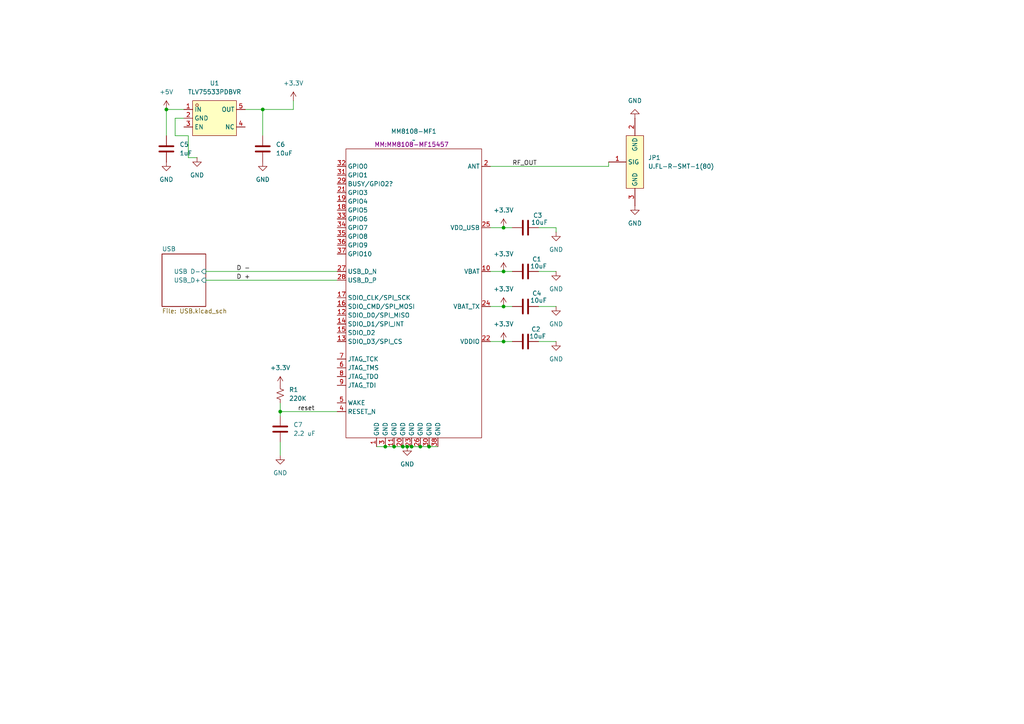
<source format=kicad_sch>
(kicad_sch (version 20250114) (generator "eeschema") (generator_version "9.0")
  (paper "A4")
  (lib_symbols
    (symbol "Device:C" (pin_numbers (hide yes)) (pin_names (offset 0.254))
      (property "Reference" "C" (at 0.635 2.54 0))
      (property "Value" "C" (at 0.635 -2.54 0))
      (symbol "C_0_1"
        (polyline (pts (xy -2.032 0.762) (xy 2.032 0.762)) (stroke (width 0.508)))
        (polyline (pts (xy -2.032 -0.762) (xy 2.032 -0.762)) (stroke (width 0.508)))
      )
      (symbol "C_1_1"
        (pin passive line (at 0 3.81 270) (length 2.794) (name "~") (number "1"))
        (pin passive line (at 0 -3.81 90) (length 2.794) (name "~") (number "2"))
      )
    )
    (symbol "Device:R_Small_US" (pin_numbers (hide yes)) (pin_names (offset 0.254) (hide yes))
      (property "Reference" "R" (at 0.762 0.508 0))
      (property "Value" "R_Small_US" (at 0.762 -1.016 0))
      (symbol "R_Small_US_1_1"
        (polyline (pts (xy 0 1.524) (xy 1.016 1.143) (xy 0 0.762) (xy -1.016 0.381) (xy 0 0)))
        (polyline (pts (xy 0 0) (xy 1.016 -0.381) (xy 0 -0.762) (xy -1.016 -1.143) (xy 0 -1.524)))
        (pin passive line (at 0 2.54 270) (length 1.016) (name "~") (number "1"))
        (pin passive line (at 0 -2.54 90) (length 1.016) (name "~") (number "2"))
      )
    )
    (symbol "MorseMicro:MM8108-MF15457"
      (property "Reference" "MM8108-MF15457" (at 0 0 0))
      (symbol "MM8108-MF15457_0_1"
        (rectangle (start -19.05 -1.27) (end 20.32 -85.09))
      )
      (symbol "MM8108-MF15457_1_1"
        (pin input line (at -21.59 -6.35 0) (length 2.54) (name "GPIO0") (number "32"))
        (pin input line (at -21.59 -8.89 0) (length 2.54) (name "GPIO1") (number "31"))
        (pin input line (at -21.59 -11.43 0) (length 2.54) (name "BUSY/GPIO2?") (number "29"))
        (pin input line (at -21.59 -13.97 0) (length 2.54) (name "GPIO3") (number "21"))
        (pin input line (at -21.59 -16.51 0) (length 2.54) (name "GPIO4") (number "19"))
        (pin input line (at -21.59 -19.05 0) (length 2.54) (name "GPIO5") (number "18"))
        (pin input line (at -21.59 -21.59 0) (length 2.54) (name "GPIO6") (number "33"))
        (pin input line (at -21.59 -24.13 0) (length 2.54) (name "GPIO7") (number "34"))
        (pin input line (at -21.59 -26.67 0) (length 2.54) (name "GPIO8") (number "35"))
        (pin input line (at -21.59 -29.21 0) (length 2.54) (name "GPIO9") (number "36"))
        (pin input line (at -21.59 -31.75 0) (length 2.54) (name "GPIO10") (number "37"))
        (pin input line (at -21.59 -36.83 0) (length 2.54) (name "USB_D_N") (number "27"))
        (pin input line (at -21.59 -39.37 0) (length 2.54) (name "USB_D_P") (number "28"))
        (pin input line (at -21.59 -44.45 0) (length 2.54) (name "SDIO_CLK/SPI_SCK") (number "17"))
        (pin input line (at -21.59 -46.99 0) (length 2.54) (name "SDIO_CMD/SPI_MOSI") (number "16"))
        (pin input line (at -21.59 -49.53 0) (length 2.54) (name "SDIO_D0/SPI_MISO") (number "12"))
        (pin input line (at -21.59 -52.07 0) (length 2.54) (name "SDIO_D1/SPI_INT") (number "14"))
        (pin input line (at -21.59 -54.61 0) (length 2.54) (name "SDIO_D2") (number "15"))
        (pin input line (at -21.59 -57.15 0) (length 2.54) (name "SDIO_D3/SPI_CS") (number "13"))
        (pin input line (at -21.59 -62.23 0) (length 2.54) (name "JTAG_TCK") (number "7"))
        (pin input line (at -21.59 -64.77 0) (length 2.54) (name "JTAG_TMS") (number "6"))
        (pin input line (at -21.59 -67.31 0) (length 2.54) (name "JTAG_TDO") (number "8"))
        (pin input line (at -21.59 -69.85 0) (length 2.54) (name "JTAG_TDI") (number "9"))
        (pin input line (at -21.59 -74.93 0) (length 2.54) (name "WAKE") (number "5"))
        (pin input line (at -21.59 -77.47 0) (length 2.54) (name "RESET_N") (number "4"))
        (pin input line (at -10.16 -87.63 90) (length 2.54) (name "GND") (number "1"))
        (pin input line (at -7.62 -87.63 90) (length 2.54) (name "GND") (number "3"))
        (pin input line (at -5.08 -87.63 90) (length 2.54) (name "GND") (number "11"))
        (pin input line (at -2.54 -87.63 90) (length 2.54) (name "GND") (number "20"))
        (pin input line (at 0 -87.63 90) (length 2.54) (name "GND") (number "23"))
        (pin input line (at 2.54 -87.63 90) (length 2.54) (name "GND") (number "26"))
        (pin input line (at 5.08 -87.63 90) (length 2.54) (name "GND") (number "30"))
        (pin input line (at 7.62 -87.63 90) (length 2.54) (name "GND") (number "38"))
        (pin input line (at 22.86 -6.35 180) (length 2.54) (name "ANT") (number "2"))
        (pin input line (at 22.86 -24.13 180) (length 2.54) (name "VDD_USB") (number "25"))
        (pin input line (at 22.86 -36.83 180) (length 2.54) (name "VBAT") (number "10"))
        (pin input line (at 22.86 -46.99 180) (length 2.54) (name "VBAT_TX") (number "24"))
        (pin input line (at 22.86 -57.15 180) (length 2.54) (name "VDDIO") (number "22"))
      )
    )
    (symbol "easyeda2kicad:TLV75533PDBVR"
      (property "Reference" "U" (at 0 7.62 0))
      (property "Value" "TLV75533PDBVR" (at 0 -7.62 0))
      (symbol "TLV75533PDBVR_0_1"
        (rectangle (start -6.35 5.08) (end 6.35 -5.08) (fill (type background)))
        (circle (center -5.08 3.81) (radius 0.38))
        (pin unspecified line (at -8.89 2.54 0) (length 2.54) (name "IN") (number "1"))
        (pin unspecified line (at -8.89 0 0) (length 2.54) (name "GND") (number "2"))
        (pin unspecified line (at -8.89 -2.54 0) (length 2.54) (name "EN") (number "3"))
        (pin unspecified line (at 8.89 2.54 180) (length 2.54) (name "OUT") (number "5"))
        (pin unspecified line (at 8.89 -2.54 180) (length 2.54) (name "NC") (number "4"))
      )
    )
    (symbol "easyeda2kicad:U.FL-R-SMT-1(80)"
      (property "Reference" "JP" (at 0 7.62 0))
      (property "Value" "U.FL-R-SMT-1(80)" (at 0 -10.16 0))
      (symbol "U.FL-R-SMT-1(80)_0_1"
        (rectangle (start -7.62 5.08) (end 7.62 0) (fill (type background)))
        (pin unspecified line (at -12.7 2.54 0) (length 5.08) (name "GND") (number "2"))
        (pin unspecified line (at 0 -5.08 90) (length 5.08) (name "SIG") (number "1"))
        (pin unspecified line (at 12.7 2.54 180) (length 5.08) (name "GND") (number "3"))
      )
    )
    (symbol "power:+3.3V" (power) (pin_numbers (hide yes)) (pin_names (offset 0) (hide yes))
      (property "Value" "+3.3V" (at 0 3.556 0))
      (symbol "+3.3V_0_1"
        (polyline (pts (xy -0.762 1.27) (xy 0 2.54)))
        (polyline (pts (xy 0 2.54) (xy 0.762 1.27)))
        (polyline (pts (xy 0 0) (xy 0 2.54)))
      )
      (symbol "+3.3V_1_1"
        (pin power_in line (at 0 0 90) (length 0) (name "~") (number "1"))
      )
    )
    (symbol "power:+5V" (power) (pin_numbers (hide yes)) (pin_names (offset 0) (hide yes))
      (property "Value" "+5V" (at 0 3.556 0))
      (symbol "+5V_0_1"
        (polyline (pts (xy -0.762 1.27) (xy 0 2.54)))
        (polyline (pts (xy 0 2.54) (xy 0.762 1.27)))
        (polyline (pts (xy 0 0) (xy 0 2.54)))
      )
      (symbol "+5V_1_1"
        (pin power_in line (at 0 0 90) (length 0) (name "~") (number "1"))
      )
    )
    (symbol "power:GND" (power) (pin_numbers (hide yes)) (pin_names (offset 0) (hide yes))
      (property "Value" "GND" (at 0 -3.81 0))
      (symbol "GND_0_1"
        (polyline (pts (xy 0 0) (xy 0 -1.27) (xy 1.27 -1.27) (xy 0 -2.54) (xy -1.27 -1.27) (xy 0 -1.27)))
      )
      (symbol "GND_1_1"
        (pin power_in line (at 0 0 270) (length 0) (name "~") (number "1"))
      )
    )
  )
  (junction (at 146.05 99.06))
  (junction (at 114.3 129.54))
  (junction (at 111.76 129.54))
  (junction (at 146.05 78.74))
  (junction (at 81.28 119.38))
  (junction (at 116.84 129.54))
  (junction (at 119.38 129.54))
  (junction (at 124.46 129.54))
  (junction (at 121.92 129.54))
  (junction (at 48.26 31.75))
  (junction (at 76.2 31.75))
  (junction (at 118.11 129.54))
  (junction (at 146.05 88.9))
  (junction (at 146.05 66.04))
  (wire (pts (xy 54.61 45.72) (xy 57.15 45.72)))
  (wire (pts (xy 142.24 78.74) (xy 146.05 78.74)))
  (wire (pts (xy 156.21 88.9) (xy 161.29 88.9)))
  (wire (pts (xy 142.24 48.26) (xy 176.53 48.26)))
  (wire (pts (xy 59.69 78.74) (xy 97.79 78.74)))
  (wire (pts (xy 146.05 99.06) (xy 148.59 99.06)))
  (wire (pts (xy 76.2 39.37) (xy 76.2 31.75)))
  (wire (pts (xy 142.24 88.9) (xy 146.05 88.9)))
  (wire (pts (xy 76.2 31.75) (xy 71.12 31.75)))
  (wire (pts (xy 111.76 129.54) (xy 114.3 129.54)))
  (wire (pts (xy 119.38 129.54) (xy 121.92 129.54)))
  (wire (pts (xy 121.92 129.54) (xy 124.46 129.54)))
  (wire (pts (xy 53.34 34.29) (xy 50.8 34.29)))
  (wire (pts (xy 109.22 129.54) (xy 111.76 129.54)))
  (wire (pts (xy 176.53 48.26) (xy 176.53 46.99)))
  (wire (pts (xy 54.61 39.37) (xy 54.61 45.72)))
  (wire (pts (xy 116.84 129.54) (xy 118.11 129.54)))
  (wire (pts (xy 156.21 66.04) (xy 161.29 66.04)))
  (wire (pts (xy 76.2 31.75) (xy 85.09 31.75)))
  (wire (pts (xy 146.05 78.74) (xy 148.59 78.74)))
  (wire (pts (xy 124.46 129.54) (xy 127 129.54)))
  (wire (pts (xy 50.8 39.37) (xy 54.61 39.37)))
  (wire (pts (xy 81.28 119.38) (xy 81.28 120.65)))
  (wire (pts (xy 156.21 78.74) (xy 161.29 78.74)))
  (wire (pts (xy 114.3 129.54) (xy 116.84 129.54)))
  (wire (pts (xy 156.21 99.06) (xy 161.29 99.06)))
  (wire (pts (xy 81.28 116.84) (xy 81.28 119.38)))
  (wire (pts (xy 85.09 31.75) (xy 85.09 29.21)))
  (wire (pts (xy 161.29 66.04) (xy 161.29 67.31)))
  (wire (pts (xy 142.24 66.04) (xy 146.05 66.04)))
  (wire (pts (xy 97.79 119.38) (xy 81.28 119.38)))
  (wire (pts (xy 50.8 34.29) (xy 50.8 39.37)))
  (wire (pts (xy 146.05 88.9) (xy 148.59 88.9)))
  (wire (pts (xy 48.26 39.37) (xy 48.26 31.75)))
  (wire (pts (xy 48.26 31.75) (xy 53.34 31.75)))
  (wire (pts (xy 146.05 66.04) (xy 148.59 66.04)))
  (wire (pts (xy 81.28 128.27) (xy 81.28 132.08)))
  (wire (pts (xy 118.11 129.54) (xy 119.38 129.54)))
  (wire (pts (xy 142.24 99.06) (xy 146.05 99.06)))
  (wire (pts (xy 59.69 81.28) (xy 97.79 81.28)))
  (label "D -" (at 68.58 78.74 0))
  (label "D +" (at 68.58 81.28 0))
  (label "reset" (at 86.36 119.38 0))
  (label "RF_OUT" (at 148.59 48.26 0))
  (label "" (at 246.38 38.1 0))
  (symbol (lib_id "power:GND") (at 184.15 34.29 180) (unit 1)
    (property "Reference" "#PWR018" (effects (hide yes)))
    (property "Value" "GND" (at 184.15 29.21 0))
    (property "Description" "Power symbol creates a global label with name \"GND\" , ground" (effects (hide yes)))
  )
  (symbol (lib_id "Device:C") (at 152.4 88.9 270) (unit 1)
    (property "Reference" "C4" (at 155.702 85.09 90))
    (property "Value" "10uF" (at 156.21 87.122 90))
    (property "Footprint" "Capacitor_SMD:C_0603_1608Metric_Pad1.08x0.95mm_HandSolder" (effects (hide yes)))
    (property "Description" "Unpolarized capacitor" (effects (hide yes)))
  )
  (symbol (lib_id "power:+3.3V") (at 85.09 29.21 0) (unit 1)
    (property "Reference" "#PWR03" (effects (hide yes)))
    (property "Value" "+3.3V" (at 85.09 24.13 0))
    (property "Description" "Power symbol creates a global label with name \"+3.3V\"" (effects (hide yes)))
  )
  (symbol (lib_id "power:GND") (at 48.26 46.99 0) (unit 1)
    (property "Reference" "#PWR09" (effects (hide yes)))
    (property "Value" "GND" (at 48.26 52.07 0))
    (property "Description" "Power symbol creates a global label with name \"GND\" , ground" (effects (hide yes)))
  )
  (symbol (lib_id "power:+3.3V") (at 146.05 99.06 0) (unit 1)
    (property "Reference" "#PWR013" (effects (hide yes)))
    (property "Value" "+3.3V" (at 146.05 93.98 0))
    (property "Description" "Power symbol creates a global label with name \"+3.3V\"" (effects (hide yes)))
  )
  (symbol (lib_id "Device:C") (at 76.2 43.18 0) (unit 1)
    (property "Reference" "C6" (at 80.01 41.9099 0) (effects (justify left)))
    (property "Value" "10uF" (at 80.01 44.4499 0) (effects (justify left)))
    (property "Footprint" "Capacitor_SMD:C_0603_1608Metric_Pad1.08x0.95mm_HandSolder" (effects (hide yes)))
    (property "Description" "Unpolarized capacitor" (effects (hide yes)))
  )
  (symbol (lib_id "power:+5V") (at 48.26 31.75 0) (unit 1)
    (property "Reference" "#PWR027" (effects (hide yes)))
    (property "Value" "+5V" (at 48.26 26.67 0))
    (property "Description" "Power symbol creates a global label with name \"+5V\"" (effects (hide yes)))
  )
  (symbol (lib_id "power:GND") (at 161.29 99.06 0) (unit 1)
    (property "Reference" "#PWR07" (effects (hide yes)))
    (property "Value" "GND" (at 161.29 104.14 0))
    (property "Description" "Power symbol creates a global label with name \"GND\" , ground" (effects (hide yes)))
  )
  (symbol (lib_id "power:GND") (at 161.29 78.74 0) (unit 1)
    (property "Reference" "#PWR05" (effects (hide yes)))
    (property "Value" "GND" (at 161.29 83.82 0))
    (property "Description" "Power symbol creates a global label with name \"GND\" , ground" (effects (hide yes)))
  )
  (symbol (lib_id "easyeda2kicad:TLV75533PDBVR") (at 62.23 34.29 0) (unit 1)
    (property "Reference" "U1" (at 62.23 24.13 0))
    (property "Value" "TLV75533PDBVR" (at 62.23 26.67 0))
    (property "Footprint" "easyeda2kicad:SOT-23-5_L3.0-W1.7-P0.95-LS2.8-BR" (effects (hide yes)))
    (property "Datasheet" "https://lcsc.com/product-detail/Low-Dropout-Regulators-LDO_Texas-Instruments-TI-TLV75533PDBVR_C404027.html" (effects (hide yes)))
    (property "LCSC Part" "C404027" (effects (hide yes)))
  )
  (symbol (lib_id "Device:C") (at 81.28 124.46 0) (unit 1)
    (property "Reference" "C7" (at 85.09 123.1899 0) (effects (justify left)))
    (property "Value" "2.2 uF" (at 85.09 125.7299 0) (effects (justify left)))
    (property "Footprint" "Capacitor_SMD:C_0603_1608Metric_Pad1.08x0.95mm_HandSolder" (effects (hide yes)))
    (property "Description" "Unpolarized capacitor" (effects (hide yes)))
  )
  (symbol (lib_id "power:GND") (at 57.15 45.72 0) (unit 1)
    (property "Reference" "#PWR016" (effects (hide yes)))
    (property "Value" "GND" (at 57.15 50.8 0))
    (property "Description" "Power symbol creates a global label with name \"GND\" , ground" (effects (hide yes)))
  )
  (symbol (lib_id "power:+3.3V") (at 81.28 111.76 0) (unit 1)
    (property "Reference" "#PWR014" (effects (hide yes)))
    (property "Value" "+3.3V" (at 81.28 106.68 0))
    (property "Description" "Power symbol creates a global label with name \"+3.3V\"" (effects (hide yes)))
  )
  (symbol (lib_id "power:+3.3V") (at 146.05 88.9 0) (unit 1)
    (property "Reference" "#PWR012" (effects (hide yes)))
    (property "Value" "+3.3V" (at 146.05 83.82 0))
    (property "Description" "Power symbol creates a global label with name \"+3.3V\"" (effects (hide yes)))
  )
  (symbol (lib_id "power:GND") (at 161.29 88.9 0) (unit 1)
    (property "Reference" "#PWR06" (effects (hide yes)))
    (property "Value" "GND" (at 161.29 93.98 0))
    (property "Description" "Power symbol creates a global label with name \"GND\" , ground" (effects (hide yes)))
  )
  (symbol (lib_id "Device:C") (at 48.26 43.18 0) (unit 1)
    (property "Reference" "C5" (at 52.07 41.9099 0) (effects (justify left)))
    (property "Value" "1uF" (at 52.07 44.4499 0) (effects (justify left)))
    (property "Footprint" "Capacitor_SMD:C_0603_1608Metric_Pad1.08x0.95mm_HandSolder" (effects (hide yes)))
    (property "Description" "Unpolarized capacitor" (effects (hide yes)))
  )
  (symbol (lib_id "MorseMicro:MM8108-MF15457") (at 119.38 41.91 0) (unit 1)
    (property "Reference" "MM8108-MF1" (at 120.015 38.1 0))
    (property "Value" "~" (at 120.015 40.64 0))
    (property "Footprint" "MM:MM8108-MF15457" (at 119.38 41.91 0))
  )
  (symbol (lib_id "power:GND") (at 81.28 132.08 0) (unit 1)
    (property "Reference" "#PWR08" (effects (hide yes)))
    (property "Value" "GND" (at 81.28 137.16 0))
    (property "Description" "Power symbol creates a global label with name \"GND\" , ground" (effects (hide yes)))
  )
  (symbol (lib_id "power:GND") (at 184.15 59.69 0) (unit 1)
    (property "Reference" "#PWR017" (effects (hide yes)))
    (property "Value" "GND" (at 184.15 64.77 0))
    (property "Description" "Power symbol creates a global label with name \"GND\" , ground" (effects (hide yes)))
  )
  (symbol (lib_id "power:GND") (at 118.11 129.54 0) (unit 1)
    (property "Reference" "#PWR02" (effects (hide yes)))
    (property "Value" "GND" (at 118.11 134.62 0))
    (property "Description" "Power symbol creates a global label with name \"GND\" , ground" (effects (hide yes)))
  )
  (symbol (lib_id "Device:C") (at 152.4 66.04 90) (unit 1)
    (property "Reference" "C3" (at 155.956 62.484 90))
    (property "Value" "10uF" (at 156.464 64.516 90))
    (property "Footprint" "Capacitor_SMD:C_0603_1608Metric_Pad1.08x0.95mm_HandSolder" (effects (hide yes)))
    (property "Description" "Unpolarized capacitor" (effects (hide yes)))
  )
  (symbol (lib_id "power:GND") (at 76.2 46.99 0) (unit 1)
    (property "Reference" "#PWR015" (effects (hide yes)))
    (property "Value" "GND" (at 76.2 52.07 0))
    (property "Description" "Power symbol creates a global label with name \"GND\" , ground" (effects (hide yes)))
  )
  (symbol (lib_id "power:+3.3V") (at 146.05 66.04 0) (unit 1)
    (property "Reference" "#PWR010" (effects (hide yes)))
    (property "Value" "+3.3V" (at 146.05 60.96 0))
    (property "Description" "Power symbol creates a global label with name \"+3.3V\"" (effects (hide yes)))
  )
  (symbol (lib_id "Device:R_Small_US") (at 81.28 114.3 0) (unit 1)
    (property "Reference" "R1" (at 83.82 113.0299 0) (effects (justify left)))
    (property "Value" "220K" (at 83.82 115.5699 0) (effects (justify left)))
    (property "Footprint" "Resistor_SMD:R_0603_1608Metric_Pad0.98x0.95mm_HandSolder" (effects (hide yes)))
    (property "Description" "Resistor, small US symbol" (effects (hide yes)))
  )
  (symbol (lib_id "Device:C") (at 152.4 99.06 90) (unit 1)
    (property "Reference" "C2" (at 155.448 95.504 90))
    (property "Value" "10uF" (at 155.956 97.536 90))
    (property "Footprint" "Capacitor_SMD:C_0603_1608Metric_Pad1.08x0.95mm_HandSolder" (effects (hide yes)))
    (property "Description" "Unpolarized capacitor" (effects (hide yes)))
  )
  (symbol (lib_id "Device:C") (at 152.4 78.74 90) (unit 1)
    (property "Reference" "C1" (at 155.702 75.184 90))
    (property "Value" "10uF" (at 156.21 77.216 90))
    (property "Footprint" "Capacitor_SMD:C_0603_1608Metric_Pad1.08x0.95mm_HandSolder" (effects (hide yes)))
    (property "Description" "Unpolarized capacitor" (effects (hide yes)))
  )
  (symbol (lib_id "power:+3.3V") (at 146.05 78.74 0) (unit 1)
    (property "Reference" "#PWR011" (effects (hide yes)))
    (property "Value" "+3.3V" (at 146.05 73.66 0))
    (property "Description" "Power symbol creates a global label with name \"+3.3V\"" (effects (hide yes)))
  )
  (symbol (lib_id "easyeda2kicad:U.FL-R-SMT-1(80)") (at 181.61 46.99 270) (unit 1)
    (property "Reference" "JP1" (at 187.96 45.7199 90) (effects (justify left)))
    (property "Value" "U.FL-R-SMT-1(80)" (at 187.96 48.2599 90) (effects (justify left)))
    (property "Footprint" "easyeda2kicad:RF-SMD_FRF05002-JSS103M" (effects (hide yes)))
    (property "Datasheet" "https://lcsc.com/product-detail/Connectors_HRS_U-FL-R-SMT-1-80_3310472280-IPE-XBoard-end-IPXConnector-SMD_C88374.html" (effects (hide yes)))
    (property "LCSC Part" "C88374" (effects (hide yes)))
  )
  (symbol (lib_id "power:GND") (at 161.29 67.31 0) (unit 1)
    (property "Reference" "#PWR04" (effects (hide yes)))
    (property "Value" "GND" (at 161.29 72.39 0))
    (property "Description" "Power symbol creates a global label with name \"GND\" , ground" (effects (hide yes)))
  )
  (sheet (at 46.99 73.66) (size 12.7 15.24) (stroke (width 0.1524))
    (property "Sheetname" "USB" (at 46.99 72.9484 0) (effects (justify left bottom)))
    (property "Sheetfile" "USB.kicad_sch" (at 46.99 89.4846 0) (effects (justify left top)))
    (pin "USB D-" input (at 59.69 78.74 0))
    (pin "USB_D+" input (at 59.69 81.28 0))
  )
)
</source>
